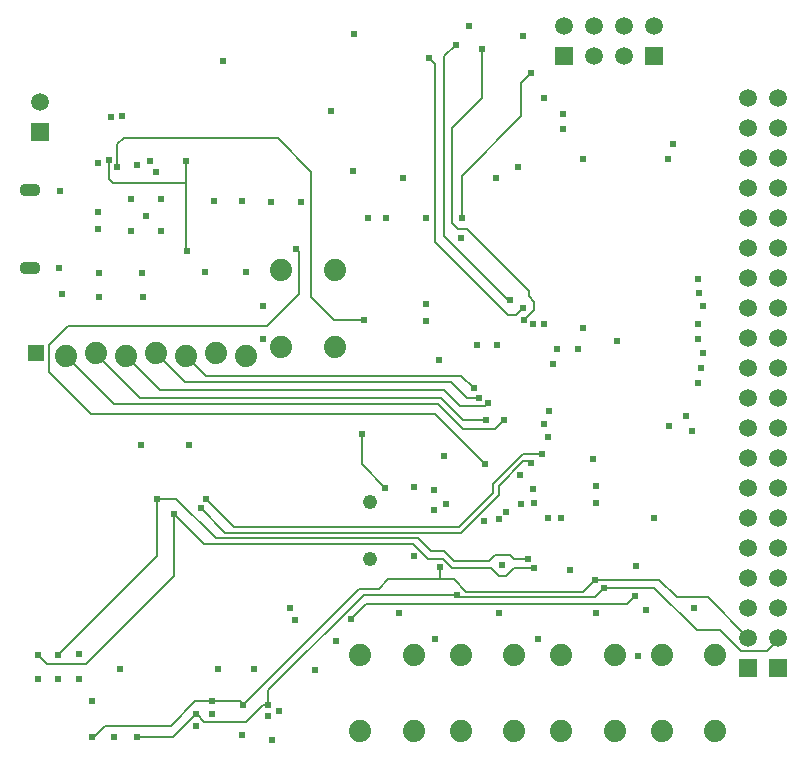
<source format=gbr>
%TF.GenerationSoftware,Novarm,DipTrace,3.2.0.1*%
%TF.CreationDate,2018-09-17T07:16:26-08:00*%
%FSLAX26Y26*%
%MOIN*%
%TF.FileFunction,Copper,L3,Inr*%
%TF.Part,Single*%
%AMOUTLINE1*
4,1,4,
0.026163,0.026163,
0.026205,-0.026121,
-0.026121,-0.026205,
-0.026163,0.026163,
0.026163,0.026163,
0*%
%TA.AperFunction,Conductor*%
%ADD15C,0.007*%
%ADD16C,0.006*%
%TA.AperFunction,ComponentPad*%
%ADD33R,0.059055X0.059055*%
%ADD34C,0.059055*%
%ADD38O,0.070866X0.043307*%
%ADD45C,0.074*%
%ADD62R,0.05937X0.05937*%
%ADD63C,0.05937*%
%ADD67C,0.048*%
%TA.AperFunction,ViaPad*%
%ADD68C,0.024*%
%TA.AperFunction,ComponentPad*%
%ADD147OUTLINE1*%
G75*
G01*
%LPD*%
X970858Y2375912D2*
D15*
Y2303138D1*
Y2074130D1*
X971765Y2075037D1*
X712452Y2378164D2*
Y2315603D1*
X724916Y2303138D1*
X970858D1*
X740540Y2356257D2*
Y2431250D1*
X762412Y2453122D1*
X1274858D1*
X1387347Y2340634D1*
Y1921928D1*
X1462339Y1846936D1*
X1562452D1*
X2097213Y1847213D2*
D16*
X2131201Y1881201D1*
Y1906202D1*
X2112452Y1924952D1*
Y1943701D1*
X1906201Y2149952D1*
X1874952D1*
X1856047Y2168856D1*
Y2487298D1*
X1956201Y2587452D1*
Y2749950D1*
X2156201Y1399952D2*
X2093702D1*
X1993701Y1299950D1*
Y1268701D1*
X1881201Y1156201D1*
X1131202D1*
X1037452Y1249952D1*
X2093701Y1887452D2*
X2068809Y1862559D1*
X2043528D1*
X1799803Y2106284D1*
Y2700099D1*
X1781201Y2718701D1*
X2131019Y1018898D2*
X2062276D1*
X2037278Y993900D1*
X2012600D1*
X1987603Y1018898D1*
X1856047D1*
X1824801Y1050145D1*
X1774806D1*
X1724811Y1100139D1*
X1031134D1*
X931145Y1200129D1*
Y993645D1*
X637452Y699952D1*
X506201D1*
X474952Y731201D1*
X1634196Y1287620D2*
D15*
X1556079Y1365736D1*
Y1465726D1*
X1518583Y850166D2*
X1568578Y900160D1*
X2440785D1*
X2465576Y924952D1*
X1018701Y1218701D2*
D16*
X1099950Y1137452D1*
X1887452D1*
X2012450Y1262450D1*
Y1293701D1*
X2093701Y1374952D1*
X2112450D1*
X2118701Y1368701D1*
X2050197Y1912452D2*
X2043630D1*
X1831050Y2125032D1*
Y2724969D1*
X1868546Y2762465D1*
X2362450Y953076D2*
D15*
X2531201D1*
X2671827Y812450D1*
X2749952D1*
X2818927Y743475D1*
X2906465D1*
X2943701Y780711D1*
Y787450D1*
X1243612Y562696D2*
Y612691D1*
X1562122Y931201D1*
X1871826D1*
Y922033D1*
X2331407D1*
X2362450Y953076D1*
X806158Y456457D2*
D16*
X926167D1*
X1002314Y532604D1*
D15*
D3*
D16*
X1004982D1*
X1031134Y506452D1*
X1168620D1*
X1224864Y562696D1*
X1243612D1*
X2843701Y787450D2*
D15*
Y781236D1*
X2334326Y981201D2*
X2546826D1*
X2606201Y921826D1*
X2709326D1*
X2843701Y787450D1*
X1160723Y564173D2*
X1546705Y950155D1*
X1612323D1*
X1643570Y981402D1*
X1815427D1*
Y1022534D1*
Y981402D2*
X1862250D1*
X1902870Y940781D1*
X2293906D1*
X2334326Y981201D1*
X1056131Y575194D2*
X1149702D1*
X1160723Y564173D1*
X656173Y456457D2*
D16*
X662423D1*
X699919Y493953D1*
X918646D1*
X999887Y575194D1*
X1056131D1*
X2031029Y1512596D2*
X1999782Y1481349D1*
D15*
X1893553D1*
X1809187Y1565715D1*
X730436D1*
X568701Y1727450D1*
X1946826Y1587452D2*
X1906201D1*
X1853076Y1640576D1*
X965575D1*
X868701Y1737450D1*
X1928076Y1618701D2*
X1887452Y1659326D1*
X1036826D1*
X968701Y1727450D1*
X1974950Y1568700D2*
X1965576Y1559326D1*
X1884310D1*
X1831050Y1612586D1*
X883566D1*
X768701Y1727450D1*
X668701Y1737450D2*
X667185Y1735935D1*
X815532Y1587588D1*
X1818563D1*
X1893555Y1512596D1*
X1968847D1*
X2109252Y1050145D2*
D16*
X2062276D1*
X2049777Y1062643D1*
X1999782D1*
X1981034Y1043895D1*
X1862297D1*
X1831050Y1075142D1*
X1786005D1*
X1742260Y1118887D1*
X1068630D1*
X937566Y1249952D1*
X871826D1*
Y1059326D1*
X543701Y731201D1*
X1965551Y1365600D2*
D15*
X1799807Y1531344D1*
X653049D1*
X512439Y1671954D1*
Y1762439D1*
X574952Y1824952D1*
X1240376D1*
X1346726Y1931302D1*
Y2075037D1*
X1337352Y2084411D1*
X2118520Y2668725D2*
X2087273Y2637478D1*
Y2524990D1*
X1889274Y2326991D1*
Y2187452D1*
D68*
X1281108Y543948D3*
X1399845Y678309D3*
X2174950Y1456201D3*
X2680961Y1937551D3*
X2162452Y1499952D3*
X2674711Y1981297D3*
X2502855Y878288D3*
X2337247Y1293869D3*
X2687210Y1687578D3*
X2337247Y1237625D3*
X2674711Y1637583D3*
X970858Y2375912D3*
X971765Y2075037D3*
X712452Y2378164D3*
X674921Y2149952D3*
Y2206273D3*
X740540Y2356257D3*
X1562452Y1846936D3*
X548502Y2275936D3*
X837404Y2193774D3*
X1252987Y2240645D3*
X1352978D3*
X756299Y2524949D3*
X1091242Y2709324D3*
X1196826Y684326D3*
X1074879D3*
X1257591Y445436D3*
X1196826Y684326D3*
X1257591Y445436D3*
X1796824Y1214272D3*
X1728075Y1059658D3*
X1315576Y887450D3*
X1257591Y445436D3*
X681171Y1921928D3*
X1315576Y887450D3*
X824906Y1921928D3*
X1331299Y846844D3*
X1196826Y684326D3*
X749696D3*
X1331299Y846844D3*
X1002314Y492840D3*
X787683Y2250181D3*
X887452Y2249950D3*
X887310Y2143841D3*
X548502Y2275936D3*
X545377Y2020030D3*
X787683Y2143780D3*
X1831050Y1393858D3*
X1728075Y1290883D3*
X1796824Y1214272D3*
X1062452Y2243701D3*
X1156201D3*
X1062452D3*
X1156201D3*
X1252987Y2240645D3*
X731071Y456457D3*
X1002314Y492840D3*
X1531082Y2799961D3*
X1091242Y2709324D3*
X1912292Y2824958D3*
X2093523Y2793711D3*
X2162265Y2587483D3*
X1524832Y2343759D3*
X1693565Y2318761D3*
X2003772Y2318550D3*
X2074774Y2356257D3*
X2003772Y2318550D3*
X2293502Y2381255D3*
X2023294Y1029911D3*
X2530977Y1187630D3*
X2023294Y1029911D3*
X1939103Y1762570D3*
X1812302Y1712575D3*
X2274753Y1750071D3*
X1939103Y1762570D3*
X2637215Y1525095D3*
X2274753Y1750071D3*
X981201Y1431201D3*
X819292D3*
X1956201Y2749950D3*
X2097213Y1847213D3*
X2224759Y2481244D3*
X2156201Y1399952D3*
X1037452Y1249952D3*
X2574722Y2381255D3*
X1781201Y2718701D3*
X2093701Y1887452D3*
X656173Y575194D3*
X612428Y731428D3*
X1156121Y462706D3*
X543685Y650187D3*
X1243612Y525200D3*
X474942Y650187D3*
X1057432Y532605D3*
X612428Y650187D3*
X2131019Y1018898D3*
X931145Y1200129D3*
X474952Y731201D3*
X2162265Y1831313D3*
X1887453Y2118701D3*
X806201Y2362452D3*
X1031777Y2005626D3*
X1768701Y1843701D3*
X849903Y2375005D3*
X1168620Y2006282D3*
X1768557Y1900055D3*
X2131019Y1237625D3*
X2674711Y1781318D3*
X2324748Y1381360D3*
X2693460Y1737572D3*
X1634196Y1287620D3*
X1556079Y1465726D3*
X868701Y2340576D3*
X1224864Y1893788D3*
Y1781318D3*
X1518583Y850166D3*
X2465576Y924952D3*
X2193512Y1700076D3*
X2405990Y1775068D3*
X1018701Y1218701D3*
X2118701Y1368701D3*
X2593470Y2431250D3*
X1868546Y2762465D3*
X2050197Y1912452D3*
X2084149Y1328240D3*
X2693806Y1893806D3*
X2362450Y953076D3*
X1243612Y562696D3*
X2362450Y953076D3*
X1871826Y931201D3*
X806158Y456457D3*
X1002314Y532604D3*
X1243612Y562696D3*
X2124769Y1281370D3*
X2674711Y1831313D3*
X2334326Y981201D3*
X1160723Y564173D3*
X1815427Y1022534D3*
X2334326Y981201D3*
X1056131Y575194D3*
X1160723Y564173D3*
X656173Y456457D3*
X1056131Y575194D3*
X1962286Y1175131D3*
X1468588Y775173D3*
X1799803Y781423D3*
X2012281Y1181381D3*
X2181013Y1543843D3*
X2143517Y781423D3*
X2087273Y1231376D3*
X2474732Y725420D3*
X2031029Y1512596D3*
X556184Y1931302D3*
X1946826Y1587452D3*
X1928076Y1618701D3*
X1974950Y1568700D3*
X1968847Y1512596D3*
X1837299Y1231376D3*
X1453076Y2543701D3*
X2468483Y1027147D3*
X2249756Y1012649D3*
X2580971Y1493848D3*
X2468483Y1027147D3*
X2006032Y1762570D3*
X2206011Y1750071D3*
X676013Y2368756D3*
X821781Y2003170D3*
X678046D3*
X718667Y2521865D3*
X2293502Y1818814D3*
X2224759Y2531239D3*
D3*
X1681066Y868914D3*
X2037278Y1206378D3*
X2012450Y868914D3*
X2174764Y1187630D3*
X2218509D3*
X2337247Y868914D3*
X2655963Y1475100D3*
X2662213Y887662D3*
X2109252Y1050145D3*
X871826Y1249952D3*
X543701Y731201D3*
X1796824Y1281201D3*
X1965551Y1365600D3*
X1337352Y2084411D3*
X1637450Y2185630D3*
X1574960Y2187452D3*
X2124769Y1831313D3*
X1637450Y2185630D3*
X1889274Y2187452D3*
X1768710D3*
X2118520Y2668725D3*
X1889274Y2187452D3*
D33*
X484316Y2471870D3*
D34*
Y2571870D3*
D38*
X448999Y2279873D3*
Y2020030D3*
D147*
X468701Y1737450D3*
D45*
X568701Y1727450D3*
X668701Y1737450D3*
X768701Y1727450D3*
X868701Y1737450D3*
X968701Y1727450D3*
X1068701Y1737450D3*
X1168701Y1727450D3*
D33*
X2843701Y687450D3*
D34*
Y787450D3*
Y887450D3*
Y987450D3*
Y1087450D3*
Y1187450D3*
Y1287450D3*
Y1387450D3*
Y1487450D3*
Y1587450D3*
Y1687450D3*
Y1787450D3*
Y1887450D3*
Y1987450D3*
Y2087450D3*
Y2187450D3*
Y2287450D3*
Y2387450D3*
Y2487450D3*
Y2587450D3*
D33*
X2943701Y687450D3*
D34*
Y787450D3*
Y887450D3*
Y987450D3*
Y1087450D3*
Y1187450D3*
Y1287450D3*
Y1387450D3*
Y1487450D3*
Y1587450D3*
Y1687450D3*
Y1787450D3*
Y1887450D3*
Y1987450D3*
Y2087450D3*
Y2187450D3*
Y2287450D3*
Y2387450D3*
Y2487450D3*
Y2587450D3*
D45*
X1287450Y1756201D3*
Y2012201D3*
X1465450Y1756201D3*
Y2012201D3*
X1549950Y474950D3*
Y730950D3*
X1727950Y474950D3*
Y730950D3*
X1885368Y474950D3*
Y730950D3*
X2063368Y474950D3*
Y730950D3*
X2220784Y474950D3*
Y730950D3*
X2398784Y474950D3*
Y730950D3*
X2556201Y474950D3*
Y730950D3*
X2734201Y474950D3*
Y730950D3*
D62*
X2530977Y2724969D3*
D63*
Y2824969D3*
X2430977Y2724969D3*
Y2824969D3*
X2330977Y2724969D3*
Y2824969D3*
D62*
X2230977Y2724969D3*
D63*
Y2824969D3*
D67*
X1584326Y1049954D3*
Y1239954D3*
M02*

</source>
